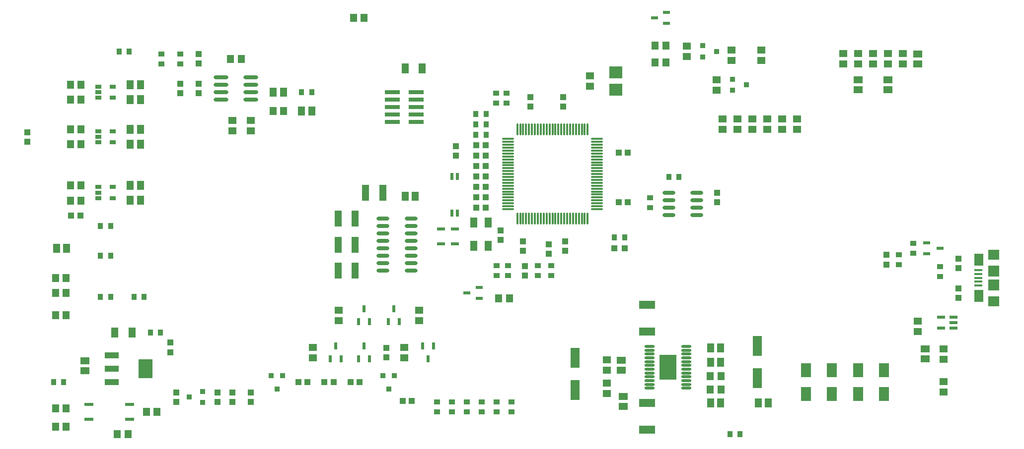
<source format=gtp>
G04 Layer_Color=8421504*
%FSLAX25Y25*%
%MOIN*%
G70*
G01*
G75*
%ADD10R,0.03937X0.03543*%
%ADD11R,0.03937X0.03937*%
%ADD12R,0.05118X0.05906*%
%ADD13R,0.04724X0.05512*%
%ADD14R,0.05512X0.04724*%
%ADD15R,0.03543X0.03937*%
%ADD16O,0.09843X0.02756*%
%ADD17R,0.05906X0.02362*%
%ADD18R,0.05906X0.05118*%
%ADD19R,0.05118X0.07087*%
%ADD20R,0.03200X0.03200*%
%ADD21R,0.03200X0.03200*%
%ADD22R,0.03937X0.03937*%
%ADD23R,0.04331X0.02559*%
%ADD24R,0.04528X0.02362*%
%ADD25R,0.07480X0.07087*%
%ADD26R,0.05315X0.01575*%
%ADD27R,0.06299X0.08268*%
%ADD28R,0.07480X0.07480*%
%ADD29R,0.03937X0.04331*%
%ADD30R,0.05118X0.10630*%
%ADD31R,0.05118X0.02362*%
%ADD32R,0.08661X0.07874*%
%ADD33R,0.05709X0.02165*%
%ADD34R,0.02362X0.04724*%
%ADD35R,0.04724X0.07087*%
%ADD36O,0.08661X0.02362*%
%ADD37R,0.02362X0.04528*%
%ADD38R,0.04331X0.03937*%
%ADD39O,0.08268X0.01181*%
%ADD40O,0.01181X0.08268*%
%ADD41R,0.11811X0.17008*%
%ADD42O,0.07087X0.01772*%
%ADD43R,0.10630X0.05512*%
%ADD44R,0.06299X0.13780*%
%ADD45R,0.03740X0.03543*%
%ADD46R,0.03740X0.03543*%
%ADD47R,0.09449X0.03937*%
%ADD48R,0.09449X0.12992*%
%ADD49R,0.05709X0.02165*%
%ADD50R,0.05709X0.02165*%
%ADD51R,0.09843X0.02953*%
%ADD52R,0.07087X0.09449*%
G54D10*
X102500Y224153D02*
D03*
Y230847D02*
D03*
X90000Y224153D02*
D03*
Y230847D02*
D03*
X351500Y88346D02*
D03*
Y81653D02*
D03*
X342500Y88346D02*
D03*
Y81653D02*
D03*
X612500Y87846D02*
D03*
Y81154D02*
D03*
X594500Y103347D02*
D03*
Y96653D02*
D03*
X585000Y95846D02*
D03*
Y89153D02*
D03*
X285000Y-10000D02*
D03*
Y-3307D02*
D03*
X295000Y-10000D02*
D03*
Y-3307D02*
D03*
X305000Y-10000D02*
D03*
Y-3307D02*
D03*
X315000Y-10000D02*
D03*
Y-3307D02*
D03*
X325000Y-10000D02*
D03*
Y-3307D02*
D03*
X275000Y-10000D02*
D03*
Y-3307D02*
D03*
X314500Y197653D02*
D03*
Y204346D02*
D03*
X321500Y197653D02*
D03*
Y204346D02*
D03*
X418051Y134193D02*
D03*
Y127500D02*
D03*
X315000Y81653D02*
D03*
Y88346D02*
D03*
X322500Y81653D02*
D03*
Y88346D02*
D03*
G54D11*
X115000Y224350D02*
D03*
Y230650D02*
D03*
Y210650D02*
D03*
Y204350D02*
D03*
X102500Y210650D02*
D03*
Y204350D02*
D03*
X0Y178150D02*
D03*
Y171850D02*
D03*
X334000Y88150D02*
D03*
Y81850D02*
D03*
X350000Y96500D02*
D03*
Y102799D02*
D03*
X625000Y93150D02*
D03*
Y86850D02*
D03*
Y73150D02*
D03*
Y66850D02*
D03*
X137500Y-3150D02*
D03*
Y3150D02*
D03*
X127500Y-3150D02*
D03*
Y3150D02*
D03*
X100000Y-3150D02*
D03*
Y3150D02*
D03*
X150000Y3150D02*
D03*
Y-3150D02*
D03*
X361000Y104650D02*
D03*
Y98350D02*
D03*
X359500Y195350D02*
D03*
Y201650D02*
D03*
X337500Y195350D02*
D03*
Y201650D02*
D03*
X317500Y112150D02*
D03*
Y105850D02*
D03*
X332500Y104650D02*
D03*
Y98350D02*
D03*
X463051Y131201D02*
D03*
Y137500D02*
D03*
X241000Y26850D02*
D03*
Y33150D02*
D03*
X287500Y162500D02*
D03*
Y168799D02*
D03*
G54D12*
X165154Y205000D02*
D03*
X171846D02*
D03*
X184153Y192500D02*
D03*
X190847D02*
D03*
X26193Y100000D02*
D03*
X19500D02*
D03*
X69153Y170000D02*
D03*
X75846D02*
D03*
X75846Y180000D02*
D03*
X69153D02*
D03*
X69153Y200000D02*
D03*
X75846D02*
D03*
X75846Y210000D02*
D03*
X69153D02*
D03*
X69153Y132500D02*
D03*
X75846D02*
D03*
X75846Y142500D02*
D03*
X69153D02*
D03*
X253740Y135000D02*
D03*
X260433D02*
D03*
X497346Y-4000D02*
D03*
X490654D02*
D03*
X458653Y23500D02*
D03*
X465346D02*
D03*
X458653Y-4000D02*
D03*
X465346D02*
D03*
X465346Y33000D02*
D03*
X458653D02*
D03*
G54D13*
X143543Y227500D02*
D03*
X136457D02*
D03*
X172043Y192500D02*
D03*
X164957D02*
D03*
X26043Y-7500D02*
D03*
X18957D02*
D03*
X36043Y170000D02*
D03*
X28957D02*
D03*
X28957Y180000D02*
D03*
X36043D02*
D03*
X36043Y200000D02*
D03*
X28957D02*
D03*
X28957Y210000D02*
D03*
X36043D02*
D03*
X18957Y80000D02*
D03*
X26043D02*
D03*
X18957Y70000D02*
D03*
X26043D02*
D03*
X36043Y142500D02*
D03*
X28957D02*
D03*
X18957Y55000D02*
D03*
X26043D02*
D03*
X67500Y-25000D02*
D03*
X60413D02*
D03*
X28957Y132000D02*
D03*
X36043D02*
D03*
X87087Y-10000D02*
D03*
X80000D02*
D03*
X18957Y-20000D02*
D03*
X26043D02*
D03*
X428543Y236500D02*
D03*
X421457D02*
D03*
X421457Y225000D02*
D03*
X428543D02*
D03*
X458457Y5000D02*
D03*
X465543D02*
D03*
X465543Y14000D02*
D03*
X458457D02*
D03*
X323543Y66500D02*
D03*
X316457D02*
D03*
X226043Y255000D02*
D03*
X218957D02*
D03*
G54D14*
X137500Y178957D02*
D03*
Y186043D02*
D03*
X150000Y178957D02*
D03*
Y186043D02*
D03*
X597500Y51043D02*
D03*
Y43957D02*
D03*
X377500Y216043D02*
D03*
Y208957D02*
D03*
X209000Y51457D02*
D03*
Y58543D02*
D03*
X191500Y26457D02*
D03*
Y33543D02*
D03*
X263000Y58543D02*
D03*
Y51457D02*
D03*
X253000Y33543D02*
D03*
Y26457D02*
D03*
X389000Y17957D02*
D03*
Y25043D02*
D03*
X389000Y9500D02*
D03*
Y2413D02*
D03*
X615000Y25457D02*
D03*
Y32543D02*
D03*
X615000Y10543D02*
D03*
Y3457D02*
D03*
X442500Y228957D02*
D03*
Y236043D02*
D03*
X557500Y231043D02*
D03*
Y223957D02*
D03*
X462500Y206457D02*
D03*
Y213543D02*
D03*
X577500Y231043D02*
D03*
Y223957D02*
D03*
X466500Y180000D02*
D03*
Y187087D02*
D03*
X476500Y180000D02*
D03*
Y187087D02*
D03*
X486500Y180000D02*
D03*
Y187087D02*
D03*
X496500Y180000D02*
D03*
Y187087D02*
D03*
X506500Y180000D02*
D03*
Y187087D02*
D03*
X516500Y180000D02*
D03*
Y187087D02*
D03*
X472500Y226457D02*
D03*
Y233543D02*
D03*
X547500Y231043D02*
D03*
Y223957D02*
D03*
X567500Y231043D02*
D03*
Y223957D02*
D03*
X587500Y231043D02*
D03*
Y223957D02*
D03*
X492500Y226457D02*
D03*
Y233543D02*
D03*
G54D15*
X49154Y115000D02*
D03*
X55847D02*
D03*
X471654Y-25000D02*
D03*
X478346D02*
D03*
X78347Y67500D02*
D03*
X71653D02*
D03*
X17654Y10000D02*
D03*
X24347D02*
D03*
X68347Y232500D02*
D03*
X61654D02*
D03*
X55847Y67500D02*
D03*
X49154D02*
D03*
X49154Y95000D02*
D03*
X55847D02*
D03*
X184153Y205000D02*
D03*
X190847D02*
D03*
X430500Y148000D02*
D03*
X437193D02*
D03*
X307846Y176500D02*
D03*
X301153D02*
D03*
X307846Y190500D02*
D03*
X301153D02*
D03*
X307846Y183500D02*
D03*
X301153D02*
D03*
X394153Y107500D02*
D03*
X400846D02*
D03*
X82653Y43500D02*
D03*
X89346D02*
D03*
G54D16*
X150000Y200000D02*
D03*
Y205000D02*
D03*
Y210000D02*
D03*
Y215000D02*
D03*
X130000Y200000D02*
D03*
Y205000D02*
D03*
Y210000D02*
D03*
Y215000D02*
D03*
G54D17*
X41201Y-5000D02*
D03*
Y-15000D02*
D03*
X68761D02*
D03*
X68800Y-5000D02*
D03*
G54D18*
X602500Y25654D02*
D03*
Y32346D02*
D03*
X398500Y18154D02*
D03*
Y24846D02*
D03*
X400000Y347D02*
D03*
Y-6346D02*
D03*
X597500Y224153D02*
D03*
Y230847D02*
D03*
X557500Y206653D02*
D03*
Y213347D02*
D03*
X577500Y206653D02*
D03*
Y213347D02*
D03*
X38500Y17653D02*
D03*
Y24346D02*
D03*
G54D19*
X253583Y221000D02*
D03*
X265000D02*
D03*
X70209Y43500D02*
D03*
X58791D02*
D03*
G54D20*
X246250Y14500D02*
D03*
X238750D02*
D03*
X242500Y5500D02*
D03*
X171250Y14500D02*
D03*
X163750D02*
D03*
X167500Y5500D02*
D03*
G54D21*
X117500Y-3750D02*
D03*
Y3750D02*
D03*
X108500Y0D02*
D03*
G54D22*
X307650Y127500D02*
D03*
X301350D02*
D03*
X307650Y148500D02*
D03*
X301350D02*
D03*
X307650Y141500D02*
D03*
X301350D02*
D03*
X307650Y134500D02*
D03*
X301350D02*
D03*
X35650Y122000D02*
D03*
X29350D02*
D03*
X188150Y10000D02*
D03*
X181850D02*
D03*
X199350D02*
D03*
X205650D02*
D03*
X216850D02*
D03*
X223150D02*
D03*
X251850Y-2500D02*
D03*
X258150D02*
D03*
X307650Y162500D02*
D03*
X301350D02*
D03*
X307650Y155500D02*
D03*
X301350D02*
D03*
X307650Y169500D02*
D03*
X301350D02*
D03*
X396850Y164300D02*
D03*
X403150D02*
D03*
X396850Y130900D02*
D03*
X403150D02*
D03*
G54D23*
X57224Y178740D02*
D03*
Y171260D02*
D03*
X47776D02*
D03*
Y175000D02*
D03*
Y178740D02*
D03*
X57224Y208740D02*
D03*
Y201260D02*
D03*
X47776D02*
D03*
Y205000D02*
D03*
Y208740D02*
D03*
X57224Y141240D02*
D03*
Y133760D02*
D03*
X47776D02*
D03*
Y137500D02*
D03*
Y141240D02*
D03*
G54D24*
X612500Y100000D02*
D03*
X603642Y96260D02*
D03*
Y103740D02*
D03*
G54D25*
X648832Y95866D02*
D03*
Y64370D02*
D03*
G54D26*
X638300Y75000D02*
D03*
Y77559D02*
D03*
Y85236D02*
D03*
Y82677D02*
D03*
Y80118D02*
D03*
G54D27*
X638792Y67913D02*
D03*
Y92323D02*
D03*
G54D28*
X648832Y75394D02*
D03*
Y84842D02*
D03*
G54D29*
X576500Y89153D02*
D03*
Y95846D02*
D03*
X96000Y30154D02*
D03*
Y36846D02*
D03*
G54D30*
X220000Y85000D02*
D03*
X208583D02*
D03*
Y102500D02*
D03*
X220000D02*
D03*
X227083Y137500D02*
D03*
X238500D02*
D03*
X208583Y120000D02*
D03*
X220000D02*
D03*
G54D31*
X420866Y255000D02*
D03*
X429134Y258740D02*
D03*
Y251260D02*
D03*
X295000Y70000D02*
D03*
X303268Y73740D02*
D03*
Y66260D02*
D03*
G54D32*
X395000Y206594D02*
D03*
Y218406D02*
D03*
G54D33*
X287000Y113000D02*
D03*
X277748D02*
D03*
X287000Y103000D02*
D03*
X277748D02*
D03*
G54D34*
X285000Y148500D02*
D03*
Y123697D02*
D03*
X288543D02*
D03*
Y148500D02*
D03*
G54D35*
X309224Y117374D02*
D03*
Y101626D02*
D03*
X299776D02*
D03*
Y117374D02*
D03*
G54D36*
X449449Y122500D02*
D03*
Y127500D02*
D03*
Y132500D02*
D03*
Y137500D02*
D03*
X430551Y122500D02*
D03*
Y127500D02*
D03*
Y132500D02*
D03*
Y137500D02*
D03*
X257500Y85000D02*
D03*
Y90000D02*
D03*
Y95000D02*
D03*
Y100000D02*
D03*
Y105000D02*
D03*
Y110000D02*
D03*
Y115000D02*
D03*
Y120000D02*
D03*
X238602Y85000D02*
D03*
Y90000D02*
D03*
Y95000D02*
D03*
Y100000D02*
D03*
Y105000D02*
D03*
Y110000D02*
D03*
Y115000D02*
D03*
Y120000D02*
D03*
G54D37*
X226000Y59429D02*
D03*
X229740Y50571D02*
D03*
X222260D02*
D03*
X207000Y34429D02*
D03*
X210740Y25571D02*
D03*
X203260D02*
D03*
X246000Y59429D02*
D03*
X249740Y50571D02*
D03*
X242260D02*
D03*
X226000Y34429D02*
D03*
X229740Y25571D02*
D03*
X222260D02*
D03*
X269000Y25571D02*
D03*
X265260Y34429D02*
D03*
X272740D02*
D03*
G54D38*
X394153Y100000D02*
D03*
X400846D02*
D03*
G54D39*
X322579Y173622D02*
D03*
Y171653D02*
D03*
Y169685D02*
D03*
Y167717D02*
D03*
Y165748D02*
D03*
Y163779D02*
D03*
Y161811D02*
D03*
Y159843D02*
D03*
Y157874D02*
D03*
Y155905D02*
D03*
Y153937D02*
D03*
Y151969D02*
D03*
Y150000D02*
D03*
Y148031D02*
D03*
Y146063D02*
D03*
Y144095D02*
D03*
Y142126D02*
D03*
Y140157D02*
D03*
Y138189D02*
D03*
Y136221D02*
D03*
Y134252D02*
D03*
Y132283D02*
D03*
Y130315D02*
D03*
Y128347D02*
D03*
Y126378D02*
D03*
X382421D02*
D03*
Y128347D02*
D03*
Y130315D02*
D03*
Y132283D02*
D03*
Y134252D02*
D03*
Y136221D02*
D03*
Y138189D02*
D03*
Y140157D02*
D03*
Y142126D02*
D03*
Y144095D02*
D03*
Y146063D02*
D03*
Y148031D02*
D03*
Y150000D02*
D03*
Y151969D02*
D03*
Y153937D02*
D03*
Y155905D02*
D03*
Y157874D02*
D03*
Y159843D02*
D03*
Y161811D02*
D03*
Y163779D02*
D03*
Y165748D02*
D03*
Y167717D02*
D03*
Y169685D02*
D03*
Y171653D02*
D03*
Y173622D02*
D03*
G54D40*
X328878Y120079D02*
D03*
X330847D02*
D03*
X332815D02*
D03*
X334784D02*
D03*
X336752D02*
D03*
X338720D02*
D03*
X340689D02*
D03*
X342657D02*
D03*
X344626D02*
D03*
X346595D02*
D03*
X348563D02*
D03*
X350532D02*
D03*
X352500D02*
D03*
X354468D02*
D03*
X356437D02*
D03*
X358405D02*
D03*
X360374D02*
D03*
X362343D02*
D03*
X364311D02*
D03*
X366280D02*
D03*
X368248D02*
D03*
X370216D02*
D03*
X372185D02*
D03*
X374153D02*
D03*
X376122D02*
D03*
Y179921D02*
D03*
X374153D02*
D03*
X372185D02*
D03*
X370216D02*
D03*
X368248D02*
D03*
X366280D02*
D03*
X364311D02*
D03*
X362343D02*
D03*
X360374D02*
D03*
X358405D02*
D03*
X356437D02*
D03*
X354468D02*
D03*
X352500D02*
D03*
X350532D02*
D03*
X348563D02*
D03*
X346595D02*
D03*
X344626D02*
D03*
X342657D02*
D03*
X340689D02*
D03*
X338720D02*
D03*
X336752D02*
D03*
X334784D02*
D03*
X332815D02*
D03*
X330847D02*
D03*
X328878D02*
D03*
G54D41*
X430000Y20000D02*
D03*
G54D42*
X442205Y5925D02*
D03*
Y8484D02*
D03*
Y11043D02*
D03*
Y13602D02*
D03*
Y16161D02*
D03*
Y18721D02*
D03*
Y21280D02*
D03*
Y23839D02*
D03*
Y26398D02*
D03*
Y28957D02*
D03*
Y31516D02*
D03*
Y34075D02*
D03*
X417795Y5925D02*
D03*
Y8484D02*
D03*
Y11043D02*
D03*
Y13602D02*
D03*
Y16161D02*
D03*
Y18721D02*
D03*
Y21280D02*
D03*
Y23839D02*
D03*
Y26398D02*
D03*
Y28957D02*
D03*
Y31516D02*
D03*
Y34075D02*
D03*
G54D43*
X416000Y-4000D02*
D03*
Y-22110D02*
D03*
Y44000D02*
D03*
Y62110D02*
D03*
G54D44*
X490000Y12719D02*
D03*
Y34282D02*
D03*
X367500Y26281D02*
D03*
Y4719D02*
D03*
G54D45*
X453248Y236240D02*
D03*
Y228760D02*
D03*
X473248Y213740D02*
D03*
Y206260D02*
D03*
G54D46*
X462500Y232500D02*
D03*
X482500Y210000D02*
D03*
G54D47*
X56583Y28055D02*
D03*
Y19000D02*
D03*
Y9945D02*
D03*
G54D48*
X79417Y19000D02*
D03*
G54D49*
X621732Y46260D02*
D03*
G54D50*
X621732Y50000D02*
D03*
Y53740D02*
D03*
X613268D02*
D03*
Y46260D02*
D03*
G54D51*
X245000Y205000D02*
D03*
Y200000D02*
D03*
Y195000D02*
D03*
Y190000D02*
D03*
Y185000D02*
D03*
X261000D02*
D03*
Y190000D02*
D03*
Y195000D02*
D03*
Y200000D02*
D03*
Y205000D02*
D03*
G54D52*
X522500Y1929D02*
D03*
Y18071D02*
D03*
X575000Y1929D02*
D03*
Y18071D02*
D03*
X557500Y1929D02*
D03*
Y18071D02*
D03*
X540000Y1929D02*
D03*
Y18071D02*
D03*
M02*

</source>
